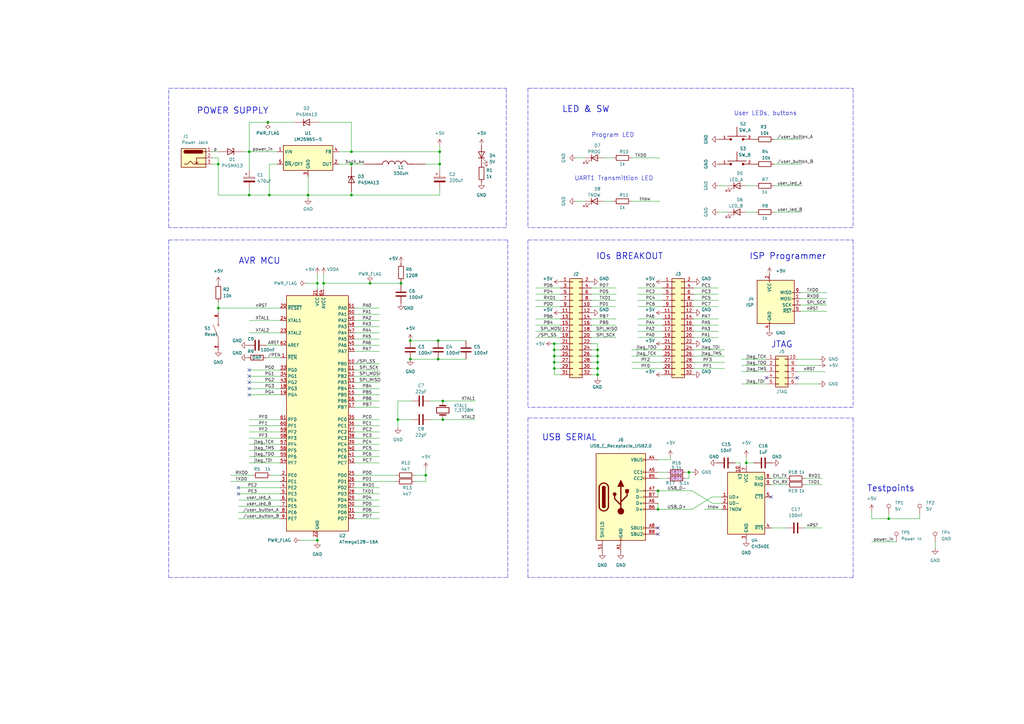
<source format=kicad_sch>
(kicad_sch (version 20211123) (generator eeschema)
  (paper "A3")
  (title_block (title "ATMega 128 Development Board Kit") (date "2022-06-30") (rev "1.0") (company "DPEE Lab"))
  (junction (at 151.765 116.205))
  (junction (at 168.275 139.7))
  (junction (at 144.145 62.23))
  (junction (at 163.195 172.085))
  (junction (at 144.145 67.31))
  (junction (at 227.33 146.05))
  (junction (at 269.875 201.295))
  (junction (at 89.535 126.365))
  (junction (at 130.175 116.205))
  (junction (at 245.11 143.51))
  (junction (at 126.365 80.01))
  (junction (at 89.535 67.31))
  (junction (at 132.715 116.205))
  (junction (at 181.61 172.085))
  (junction (at 227.33 151.13))
  (junction (at 181.61 164.465))
  (junction (at 174.625 194.945))
  (junction (at 102.235 62.23))
  (junction (at 102.235 80.01))
  (junction (at 269.875 208.915))
  (junction (at 164.465 116.205))
  (junction (at 227.33 148.59))
  (junction (at 110.49 80.01))
  (junction (at 168.275 147.32))
  (junction (at 227.33 143.51))
  (junction (at 179.705 139.7))
  (junction (at 130.175 221.615))
  (junction (at 180.34 62.23))
  (junction (at 364.49 212.725))
  (junction (at 144.145 80.01))
  (junction (at 109.855 50.165))
  (junction (at 245.11 151.13))
  (junction (at 180.34 67.31))
  (junction (at 282.575 193.675))
  (junction (at 227.33 140.97))
  (junction (at 245.11 146.05))
  (junction (at 245.11 153.67))
  (junction (at 245.11 148.59))
  (junction (at 179.705 147.32))
  (junction (at 306.07 189.865))
  (no_connect (at 269.875 219.075))
  (no_connect (at 102.235 159.385))
  (no_connect (at 102.235 161.925))
  (no_connect (at 102.235 151.765))
  (no_connect (at 102.235 154.305))
  (no_connect (at 102.235 156.845))
  (no_connect (at 97.79 200.025))
  (no_connect (at 97.79 202.565))
  (no_connect (at 314.325 154.94))
  (no_connect (at 327.025 154.94))
  (no_connect (at 269.875 216.535))
  (no_connect (at 316.23 203.835))
  (wire (pts (xy 274.955 188.595) (xy 269.875 188.595)))
  (wire (pts (xy 145.415 139.065) (xy 155.575 139.065)))
  (wire (pts (xy 283.845 208.915) (xy 292.1 203.835)))
  (wire (pts (xy 242.57 140.97) (xy 245.11 140.97)))
  (wire (pts (xy 102.235 154.305) (xy 114.935 154.305)))
  (wire (pts (xy 163.195 172.085) (xy 163.195 175.26)))
  (polyline (pts (xy 69.215 98.425) (xy 208.28 98.425)))
  (wire (pts (xy 102.235 62.23) (xy 102.235 69.85)))
  (wire (pts (xy 145.415 205.105) (xy 155.575 205.105)))
  (wire (pts (xy 102.235 159.385) (xy 114.935 159.385)))
  (wire (pts (xy 259.08 146.05) (xy 271.78 146.05)))
  (wire (pts (xy 242.57 118.11) (xy 252.73 118.11)))
  (wire (pts (xy 327.025 149.86) (xy 335.915 149.86)))
  (wire (pts (xy 164.465 115.57) (xy 164.465 116.205)))
  (polyline (pts (xy 207.645 36.195) (xy 207.645 93.345)))
  (wire (pts (xy 126.365 80.01) (xy 144.145 80.01)))
  (wire (pts (xy 164.465 116.205) (xy 151.765 116.205)))
  (wire (pts (xy 240.03 64.77) (xy 236.22 64.77)))
  (polyline (pts (xy 216.535 171.45) (xy 216.535 236.855)))
  (wire (pts (xy 327.025 157.48) (xy 335.915 157.48)))
  (wire (pts (xy 364.49 210.82) (xy 364.49 212.725)))
  (wire (pts (xy 144.145 62.23) (xy 180.34 62.23)))
  (wire (pts (xy 132.715 116.205) (xy 132.715 118.745)))
  (wire (pts (xy 227.33 148.59) (xy 227.33 151.13)))
  (wire (pts (xy 227.33 148.59) (xy 229.87 148.59)))
  (wire (pts (xy 259.08 143.51) (xy 271.78 143.51)))
  (wire (pts (xy 245.11 151.13) (xy 245.11 153.67)))
  (wire (pts (xy 284.48 125.73) (xy 294.64 125.73)))
  (polyline (pts (xy 349.885 36.195) (xy 349.885 93.345)))
  (wire (pts (xy 163.195 172.085) (xy 168.91 172.085)))
  (wire (pts (xy 145.415 197.485) (xy 162.56 197.485)))
  (wire (pts (xy 227.33 143.51) (xy 229.87 143.51)))
  (wire (pts (xy 102.235 136.525) (xy 114.935 136.525)))
  (wire (pts (xy 102.235 177.165) (xy 114.935 177.165)))
  (wire (pts (xy 242.57 138.43) (xy 252.73 138.43)))
  (wire (pts (xy 97.79 207.645) (xy 114.935 207.645)))
  (wire (pts (xy 219.71 120.65) (xy 229.87 120.65)))
  (wire (pts (xy 176.53 172.085) (xy 181.61 172.085)))
  (wire (pts (xy 242.57 133.35) (xy 252.73 133.35)))
  (wire (pts (xy 301.625 189.865) (xy 303.53 189.865)))
  (wire (pts (xy 120.65 50.165) (xy 109.855 50.165)))
  (wire (pts (xy 145.415 154.305) (xy 155.575 154.305)))
  (wire (pts (xy 168.275 147.32) (xy 179.705 147.32)))
  (wire (pts (xy 317.5 76.2) (xy 328.93 76.2)))
  (wire (pts (xy 328.295 127.635) (xy 339.09 127.635)))
  (wire (pts (xy 145.415 182.245) (xy 155.575 182.245)))
  (wire (pts (xy 110.49 80.01) (xy 126.365 80.01)))
  (wire (pts (xy 242.57 153.67) (xy 245.11 153.67)))
  (wire (pts (xy 145.415 131.445) (xy 155.575 131.445)))
  (wire (pts (xy 144.145 78.74) (xy 144.145 80.01)))
  (wire (pts (xy 145.415 161.925) (xy 155.575 161.925)))
  (wire (pts (xy 145.415 187.325) (xy 155.575 187.325)))
  (wire (pts (xy 229.87 151.13) (xy 227.33 151.13)))
  (polyline (pts (xy 349.885 93.345) (xy 216.535 93.345)))
  (wire (pts (xy 317.5 86.995) (xy 328.93 86.995)))
  (wire (pts (xy 284.48 138.43) (xy 294.64 138.43)))
  (wire (pts (xy 145.415 177.165) (xy 155.575 177.165)))
  (wire (pts (xy 245.11 153.67) (xy 245.11 154.94)))
  (wire (pts (xy 176.53 164.465) (xy 181.61 164.465)))
  (wire (pts (xy 111.125 194.945) (xy 114.935 194.945)))
  (wire (pts (xy 180.34 62.23) (xy 180.34 59.69)))
  (wire (pts (xy 298.45 86.995) (xy 294.64 86.995)))
  (wire (pts (xy 123.19 221.615) (xy 130.175 221.615)))
  (wire (pts (xy 219.71 118.11) (xy 229.87 118.11)))
  (wire (pts (xy 227.33 140.97) (xy 227.33 143.51)))
  (wire (pts (xy 316.23 196.215) (xy 322.58 196.215)))
  (wire (pts (xy 226.695 140.97) (xy 227.33 140.97)))
  (wire (pts (xy 181.61 172.085) (xy 194.945 172.085)))
  (wire (pts (xy 284.48 130.81) (xy 294.64 130.81)))
  (wire (pts (xy 304.165 152.4) (xy 314.325 152.4)))
  (wire (pts (xy 179.705 139.7) (xy 191.135 139.7)))
  (wire (pts (xy 273.685 193.675) (xy 269.875 193.675)))
  (wire (pts (xy 168.91 164.465) (xy 163.195 164.465)))
  (wire (pts (xy 145.415 126.365) (xy 155.575 126.365)))
  (wire (pts (xy 245.11 140.97) (xy 245.11 143.51)))
  (wire (pts (xy 227.33 140.97) (xy 229.87 140.97)))
  (wire (pts (xy 97.79 202.565) (xy 114.935 202.565)))
  (wire (pts (xy 97.79 200.025) (xy 114.935 200.025)))
  (wire (pts (xy 261.62 123.19) (xy 271.78 123.19)))
  (wire (pts (xy 145.415 167.005) (xy 155.575 167.005)))
  (polyline (pts (xy 349.885 171.45) (xy 349.885 236.855)))
  (wire (pts (xy 168.275 139.7) (xy 179.705 139.7)))
  (wire (pts (xy 219.71 138.43) (xy 229.87 138.43)))
  (wire (pts (xy 269.875 208.915) (xy 283.845 208.915)))
  (wire (pts (xy 180.34 80.01) (xy 180.34 77.47)))
  (wire (pts (xy 292.1 203.835) (xy 295.91 203.835)))
  (wire (pts (xy 219.71 123.19) (xy 229.87 123.19)))
  (wire (pts (xy 304.165 147.32) (xy 314.325 147.32)))
  (wire (pts (xy 180.34 67.31) (xy 180.34 69.85)))
  (wire (pts (xy 102.235 189.865) (xy 114.935 189.865)))
  (polyline (pts (xy 216.535 98.425) (xy 216.535 167.005)))
  (wire (pts (xy 219.71 130.81) (xy 229.87 130.81)))
  (wire (pts (xy 242.57 125.73) (xy 252.73 125.73)))
  (polyline (pts (xy 69.215 36.195) (xy 207.645 36.195)))
  (wire (pts (xy 229.87 153.67) (xy 227.33 153.67)))
  (wire (pts (xy 284.48 133.35) (xy 294.64 133.35)))
  (polyline (pts (xy 69.215 93.345) (xy 69.215 36.195)))
  (wire (pts (xy 242.57 135.89) (xy 252.73 135.89)))
  (wire (pts (xy 251.46 82.55) (xy 247.65 82.55)))
  (wire (pts (xy 94.615 197.485) (xy 114.935 197.485)))
  (wire (pts (xy 97.79 205.105) (xy 114.935 205.105)))
  (wire (pts (xy 219.71 133.35) (xy 229.87 133.35)))
  (wire (pts (xy 227.33 146.05) (xy 229.87 146.05)))
  (wire (pts (xy 328.295 120.015) (xy 339.09 120.015)))
  (wire (pts (xy 284.48 148.59) (xy 297.18 148.59)))
  (wire (pts (xy 327.025 147.32) (xy 335.915 147.32)))
  (wire (pts (xy 94.615 194.945) (xy 103.505 194.945)))
  (wire (pts (xy 304.165 149.86) (xy 314.325 149.86)))
  (polyline (pts (xy 216.535 36.195) (xy 349.885 36.195)))
  (wire (pts (xy 132.715 112.395) (xy 132.715 116.205)))
  (wire (pts (xy 145.415 133.985) (xy 155.575 133.985)))
  (wire (pts (xy 145.415 174.625) (xy 155.575 174.625)))
  (wire (pts (xy 328.295 122.555) (xy 339.09 122.555)))
  (wire (pts (xy 130.175 222.25) (xy 130.175 221.615)))
  (polyline (pts (xy 349.885 98.425) (xy 349.885 167.005)))
  (wire (pts (xy 180.34 62.23) (xy 180.34 67.31)))
  (wire (pts (xy 269.875 201.295) (xy 283.845 201.295)))
  (wire (pts (xy 110.49 67.31) (xy 110.49 80.01)))
  (wire (pts (xy 109.22 141.605) (xy 114.935 141.605)))
  (wire (pts (xy 145.415 164.465) (xy 155.575 164.465)))
  (wire (pts (xy 145.415 128.905) (xy 155.575 128.905)))
  (wire (pts (xy 245.11 146.05) (xy 245.11 148.59)))
  (wire (pts (xy 327.025 152.4) (xy 338.455 152.4)))
  (wire (pts (xy 261.62 130.81) (xy 271.78 130.81)))
  (polyline (pts (xy 207.645 93.345) (xy 69.215 93.345)))
  (wire (pts (xy 102.235 156.845) (xy 114.935 156.845)))
  (wire (pts (xy 259.08 148.59) (xy 271.78 148.59)))
  (wire (pts (xy 377.19 210.82) (xy 377.19 212.725)))
  (wire (pts (xy 284.48 146.05) (xy 297.18 146.05)))
  (wire (pts (xy 130.81 50.165) (xy 144.145 50.165)))
  (wire (pts (xy 309.88 86.995) (xy 306.07 86.995)))
  (wire (pts (xy 306.07 189.865) (xy 309.245 189.865)))
  (wire (pts (xy 145.415 156.845) (xy 155.575 156.845)))
  (wire (pts (xy 145.415 200.025) (xy 155.575 200.025)))
  (wire (pts (xy 102.235 174.625) (xy 114.935 174.625)))
  (wire (pts (xy 102.235 80.01) (xy 110.49 80.01)))
  (wire (pts (xy 316.23 216.535) (xy 322.58 216.535)))
  (wire (pts (xy 317.5 57.15) (xy 328.93 57.15)))
  (wire (pts (xy 284.48 118.11) (xy 294.64 118.11)))
  (wire (pts (xy 145.415 141.605) (xy 155.575 141.605)))
  (polyline (pts (xy 349.885 167.005) (xy 216.535 167.005)))
  (wire (pts (xy 245.11 148.59) (xy 245.11 151.13)))
  (wire (pts (xy 174.625 194.945) (xy 174.625 197.485)))
  (wire (pts (xy 102.235 179.705) (xy 114.935 179.705)))
  (wire (pts (xy 174.625 192.405) (xy 174.625 194.945)))
  (wire (pts (xy 102.235 151.765) (xy 114.935 151.765)))
  (wire (pts (xy 261.62 135.89) (xy 271.78 135.89)))
  (wire (pts (xy 89.535 64.77) (xy 86.995 64.77)))
  (wire (pts (xy 109.855 50.165) (xy 102.235 50.165)))
  (wire (pts (xy 284.48 143.51) (xy 297.18 143.51)))
  (wire (pts (xy 242.57 151.13) (xy 245.11 151.13)))
  (wire (pts (xy 145.415 136.525) (xy 155.575 136.525)))
  (wire (pts (xy 284.48 120.65) (xy 294.64 120.65)))
  (wire (pts (xy 245.11 143.51) (xy 245.11 146.05)))
  (wire (pts (xy 144.145 67.31) (xy 149.225 67.31)))
  (wire (pts (xy 126.365 72.39) (xy 126.365 80.01)))
  (wire (pts (xy 281.305 193.675) (xy 282.575 193.675)))
  (wire (pts (xy 259.08 151.13) (xy 271.78 151.13)))
  (wire (pts (xy 89.535 64.77) (xy 89.535 67.31)))
  (wire (pts (xy 163.195 164.465) (xy 163.195 172.085)))
  (wire (pts (xy 89.535 67.31) (xy 86.995 67.31)))
  (wire (pts (xy 292.1 206.375) (xy 295.91 206.375)))
  (wire (pts (xy 144.145 67.31) (xy 144.145 68.58)))
  (wire (pts (xy 261.62 138.43) (xy 271.78 138.43)))
  (polyline (pts (xy 69.215 236.855) (xy 208.28 236.855)))
  (wire (pts (xy 269.875 206.375) (xy 269.875 208.915)))
  (wire (pts (xy 269.875 201.295) (xy 269.875 203.835)))
  (wire (pts (xy 102.235 182.245) (xy 114.935 182.245)))
  (wire (pts (xy 242.57 120.65) (xy 252.73 120.65)))
  (wire (pts (xy 102.235 77.47) (xy 102.235 80.01)))
  (wire (pts (xy 86.995 62.23) (xy 89.535 62.23)))
  (wire (pts (xy 298.45 76.2) (xy 294.64 76.2)))
  (wire (pts (xy 145.415 149.225) (xy 155.575 149.225)))
  (wire (pts (xy 357.505 222.25) (xy 367.665 222.25)))
  (wire (pts (xy 219.71 125.73) (xy 229.87 125.73)))
  (wire (pts (xy 144.145 80.01) (xy 180.34 80.01)))
  (wire (pts (xy 97.79 212.725) (xy 114.935 212.725)))
  (wire (pts (xy 102.235 62.23) (xy 113.665 62.23)))
  (wire (pts (xy 89.535 67.31) (xy 89.535 80.01)))
  (wire (pts (xy 145.415 159.385) (xy 155.575 159.385)))
  (wire (pts (xy 145.415 212.725) (xy 155.575 212.725)))
  (wire (pts (xy 330.2 198.755) (xy 337.185 198.755)))
  (wire (pts (xy 144.145 50.165) (xy 144.145 62.23)))
  (wire (pts (xy 283.845 201.295) (xy 292.1 206.375)))
  (wire (pts (xy 259.08 82.55) (xy 270.51 82.55)))
  (wire (pts (xy 102.235 184.785) (xy 114.935 184.785)))
  (wire (pts (xy 145.415 202.565) (xy 155.575 202.565)))
  (wire (pts (xy 309.88 76.2) (xy 306.07 76.2)))
  (polyline (pts (xy 208.28 236.855) (xy 208.28 98.425)))
  (polyline (pts (xy 216.535 98.425) (xy 349.885 98.425)))
  (wire (pts (xy 102.235 172.085) (xy 114.935 172.085)))
  (wire (pts (xy 261.62 118.11) (xy 271.78 118.11)))
  (wire (pts (xy 139.065 62.23) (xy 144.145 62.23)))
  (wire (pts (xy 240.03 82.55) (xy 236.22 82.55)))
  (wire (pts (xy 357.505 209.55) (xy 357.505 212.725)))
  (wire (pts (xy 251.46 64.77) (xy 247.65 64.77)))
  (wire (pts (xy 242.57 146.05) (xy 245.11 146.05)))
  (polyline (pts (xy 69.215 36.195) (xy 69.215 36.195)))
  (wire (pts (xy 281.305 196.215) (xy 282.575 196.215)))
  (wire (pts (xy 139.065 67.31) (xy 144.145 67.31)))
  (wire (pts (xy 179.705 147.32) (xy 191.135 147.32)))
  (polyline (pts (xy 216.535 171.45) (xy 349.885 171.45)))
  (wire (pts (xy 170.18 194.945) (xy 174.625 194.945)))
  (wire (pts (xy 145.415 151.765) (xy 155.575 151.765)))
  (wire (pts (xy 125.73 116.205) (xy 130.175 116.205)))
  (wire (pts (xy 130.175 112.395) (xy 130.175 116.205)))
  (wire (pts (xy 113.665 67.31) (xy 110.49 67.31)))
  (wire (pts (xy 130.175 116.205) (xy 130.175 118.745)))
  (wire (pts (xy 89.535 128.27) (xy 89.535 126.365)))
  (wire (pts (xy 242.57 143.51) (xy 245.11 143.51)))
  (wire (pts (xy 99.695 62.23) (xy 102.235 62.23)))
  (polyline (pts (xy 216.535 36.195) (xy 216.535 93.345)))
  (wire (pts (xy 102.235 131.445) (xy 114.935 131.445)))
  (wire (pts (xy 109.22 146.685) (xy 114.935 146.685)))
  (wire (pts (xy 145.415 144.145) (xy 155.575 144.145)))
  (wire (pts (xy 102.235 187.325) (xy 114.935 187.325)))
  (wire (pts (xy 330.2 196.215) (xy 337.185 196.215)))
  (wire (pts (xy 357.505 212.725) (xy 364.49 212.725)))
  (wire (pts (xy 282.575 193.675) (xy 283.845 193.675)))
  (wire (pts (xy 145.415 184.785) (xy 155.575 184.785)))
  (wire (pts (xy 145.415 189.865) (xy 155.575 189.865)))
  (wire (pts (xy 328.295 125.095) (xy 339.09 125.095)))
  (wire (pts (xy 181.61 164.465) (xy 194.945 164.465)))
  (wire (pts (xy 364.49 212.725) (xy 377.19 212.725)))
  (polyline (pts (xy 349.885 236.855) (xy 216.535 236.855)))
  (wire (pts (xy 261.62 120.65) (xy 271.78 120.65)))
  (wire (pts (xy 227.33 143.51) (xy 227.33 146.05)))
  (wire (pts (xy 164.465 116.205) (xy 164.465 116.84)))
  (wire (pts (xy 303.53 189.865) (xy 303.53 191.135)))
  (wire (pts (xy 97.79 210.185) (xy 114.935 210.185)))
  (wire (pts (xy 89.535 126.365) (xy 114.935 126.365)))
  (wire (pts (xy 174.625 67.31) (xy 180.34 67.31)))
  (polyline (pts (xy 69.215 98.425) (xy 69.215 236.855)))
  (wire (pts (xy 284.48 135.89) (xy 294.64 135.89)))
  (wire (pts (xy 145.415 179.705) (xy 155.575 179.705)))
  (wire (pts (xy 89.535 80.01) (xy 102.235 80.01)))
  (wire (pts (xy 261.62 133.35) (xy 271.78 133.35)))
  (wire (pts (xy 306.07 189.865) (xy 306.07 191.135)))
  (wire (pts (xy 174.625 197.485) (xy 170.18 197.485)))
  (wire (pts (xy 145.415 194.945) (xy 162.56 194.945)))
  (wire (pts (xy 219.71 135.89) (xy 229.87 135.89)))
  (wire (pts (xy 227.33 151.13) (xy 227.33 153.67)))
  (wire (pts (xy 288.925 208.915) (xy 295.91 208.915)))
  (wire (pts (xy 259.08 64.77) (xy 270.51 64.77)))
  (wire (pts (xy 282.575 196.215) (xy 282.575 193.675)))
  (wire (pts (xy 145.415 207.645) (xy 155.575 207.645)))
  (wire (pts (xy 242.57 148.59) (xy 245.11 148.59)))
  (wire (pts (xy 102.235 50.165) (xy 102.235 62.23)))
  (wire (pts (xy 306.07 187.325) (xy 306.07 189.865)))
  (wire (pts (xy 330.2 216.535) (xy 337.185 216.535)))
  (wire (pts (xy 317.5 67.31) (xy 328.93 67.31)))
  (wire (pts (xy 130.175 221.615) (xy 130.175 220.345)))
  (wire (pts (xy 316.23 198.755) (xy 322.58 198.755)))
  (wire (pts (xy 126.365 80.01) (xy 126.365 81.28)))
  (wire (pts (xy 284.48 123.19) (xy 294.64 123.19)))
  (wire (pts (xy 151.765 116.205) (xy 132.715 116.205)))
  (wire (pts (xy 145.415 172.085) (xy 155.575 172.085)))
  (wire (pts (xy 269.875 196.215) (xy 273.685 196.215)))
  (wire (pts (xy 284.48 151.13) (xy 297.18 151.13)))
  (wire (pts (xy 274.955 187.325) (xy 274.955 188.595)))
  (wire (pts (xy 102.235 161.925) (xy 114.935 161.925)))
  (wire (pts (xy 304.165 157.48) (xy 314.325 157.48)))
  (wire (pts (xy 227.33 146.05) (xy 227.33 148.59)))
  (wire (pts (xy 145.415 210.185) (xy 155.575 210.185)))
  (wire (pts (xy 261.62 125.73) (xy 271.78 125.73)))
  (wire (pts (xy 242.57 123.19) (xy 252.73 123.19)))
  (wire (pts (xy 242.57 130.81) (xy 252.73 130.81)))
  (wire (pts (xy 383.54 222.25) (xy 383.54 224.79)))
  (wire (pts (xy 89.535 126.365) (xy 89.535 123.825)))
  (text "JTAG" (at 316.23 142.875 0) (effects (font (size 2.54 2.54) (thickness 0.254) bold) (justify left bottom)))
  (text "USB SERIAL" (at 222.25 180.975 0) (effects (font (size 2.54 2.54) (thickness 0.254) bold) (justify left bottom)))
  (text "User LEDs, buttons" (at 300.99 47.625 0) (effects (font (size 1.778 1.778)) (justify left bottom)))
  (text "LED & SW" (at 230.505 46.355 0) (effects (font (size 2.54 2.54) (thickness 0.254) bold) (justify left bottom)))
  (text "UART1 Transmittion LED" (at 235.585 74.295 0) (effects (font (size 1.778 1.778)) (justify left bottom)))
  (text "Program LED" (at 242.57 56.515 0) (effects (font (size 1.778 1.778)) (justify left bottom)))
  (text "ISP Programmer" (at 307.34 106.68 0) (effects (font (size 2.54 2.54) (thickness 0.254) bold) (justify left bottom)))
  (text "AVR MCU" (at 97.79 108.585 0) (effects (font (size 2.54 2.54) (thickness 0.254) bold) (justify left bottom)))
  (text "POWER SUPPLY" (at 80.645 46.99 0) (effects (font (size 2.54 2.54) (thickness 0.254) bold) (justify left bottom)))
  (text "Testpoints" (at 355.6 201.93 0) (effects (font (size 2.54 2.54) (thickness 0.254) bold) (justify left bottom)))
  (text "IOs BREAKOUT" (at 244.475 106.68 0) (effects (font (size 2.54 2.54) (thickness 0.254) bold) (justify left bottom)))
  (label "PF0" (at 262.89 151.13 0))
  (label "{slash}PEN" (at 109.855 146.685 0))
  (label "PC1" (at 287.655 118.11 0))
  (label "user_led_B" (at 318.77 86.995 0))
  (label "PC3" (at 148.59 179.705 0))
  (label "jtag_TMS" (at 306.07 152.4 0))
  (label "power_in" (at 103.505 62.23 0))
  (label "PD4" (at 148.59 205.105 0))
  (label "{slash}user_button_A" (at 99.695 210.185 0))
  (label "PF3" (at 106.045 179.705 0))
  (label "PA0" (at 264.795 138.43 0))
  (label "SPI_MISO" (at 244.475 135.89 0))
  (label "PC3" (at 287.655 120.65 0))
  (label "jtag_TCK" (at 306.07 147.32 0))
  (label "PG4" (at 108.585 161.925 0))
  (label "user_led_A" (at 318.77 76.2 0))
  (label "PG2" (at 108.585 156.845 0))
  (label "user_led_A" (at 100.965 205.105 0))
  (label "PG1" (at 108.585 154.305 0))
  (label "PC2" (at 148.59 177.165 0))
  (label "buck_sw" (at 141.605 67.31 0))
  (label "PA4" (at 148.59 136.525 0))
  (label "XTAL1" (at 189.23 164.465 0))
  (label "PB7" (at 245.745 130.81 0))
  (label "SPI_MOSI" (at 221.615 135.89 0))
  (label "PD1" (at 245.745 125.73 0))
  (label "TXD1" (at 148.59 202.565 0))
  (label "PA0" (at 148.59 126.365 0))
  (label "CH_RX" (at 316.865 198.755 0))
  (label "PC0" (at 264.795 118.11 0))
  (label "PC7" (at 287.655 125.73 0))
  (label "PB5" (at 245.745 133.35 0))
  (label "RXD0" (at 330.835 122.555 0))
  (label "XTAL2" (at 104.775 136.525 0))
  (label "PC0" (at 148.59 172.085 0))
  (label "jtag_TCK" (at 260.985 146.05 0))
  (label "TXD0" (at 330.835 120.015 0))
  (label "PD0" (at 222.885 125.73 0))
  (label "tnow" (at 262.255 82.55 0))
  (label "USB_D-" (at 273.685 201.295 0))
  (label "PA3" (at 287.655 135.89 0))
  (label "PA4" (at 264.795 133.35 0))
  (label "USB_D+" (at 273.685 208.915 0))
  (label "nRST" (at 330.835 216.535 0))
  (label "PA1" (at 148.59 128.905 0))
  (label "jtag_TDI" (at 306.07 157.48 0))
  (label "PD5" (at 245.745 120.65 0))
  (label "PC6" (at 264.795 125.73 0))
  (label "PC1" (at 148.59 174.625 0))
  (label "PB7" (at 148.59 167.005 0))
  (label "PC4" (at 148.59 182.245 0))
  (label "PC2" (at 264.795 120.65 0))
  (label "PB6" (at 222.885 130.81 0))
  (label "PB4" (at 148.59 159.385 0))
  (label "AREF" (at 109.855 141.605 0))
  (label "jtag_TDI" (at 104.14 189.865 0))
  (label "RXD1" (at 331.47 196.215 0))
  (label "PF3" (at 288.29 148.59 0))
  (label "RXD1" (at 222.885 123.19 0))
  (label "PG0" (at 108.585 151.765 0))
  (label "nRST" (at 329.565 152.4 0))
  (label "PD7" (at 245.745 118.11 0))
  (label "PA6" (at 264.795 130.81 0))
  (label "{slash}user_button_B" (at 318.77 67.31 0))
  (label "SPI_SCK" (at 147.32 151.765 0))
  (label "TXD1" (at 331.47 198.755 0))
  (label "jtag_TDO" (at 260.985 143.51 0))
  (label "PD6" (at 148.59 210.185 0))
  (label "SPI_SCK" (at 330.835 125.095 0))
  (label "PA2" (at 264.795 135.89 0))
  (label "PA5" (at 287.655 133.35 0))
  (label "RXD1" (at 148.59 200.025 0))
  (label "PC5" (at 287.655 123.19 0))
  (label "nRST" (at 104.775 126.365 0))
  (label "PE2" (at 101.6 200.025 0))
  (label "PF1" (at 106.045 174.625 0))
  (label "PD4" (at 222.885 120.65 0))
  (label "PD5" (at 148.59 207.645 0))
  (label "PA3" (at 148.59 133.985 0))
  (label "PF1" (at 288.29 151.13 0))
  (label "PC7" (at 148.59 189.865 0))
  (label "p" (at 87.63 62.23 0))
  (label "PF2" (at 262.89 148.59 0))
  (label "PB4" (at 222.885 133.35 0))
  (label "PD7" (at 148.59 212.725 0))
  (label "PD6" (at 222.885 118.11 0))
  (label "PE3" (at 101.6 202.565 0))
  (label "jtag_TCK" (at 104.14 182.245 0))
  (label "jtag_TDI" (at 287.655 143.51 0))
  (label "PA6" (at 148.59 141.605 0))
  (label "user_led_B" (at 100.965 207.645 0))
  (label "TXD1" (at 245.745 123.19 0))
  (label "{slash}user_button_A" (at 318.77 57.15 0))
  (label "TXD0" (at 260.35 64.77 0))
  (label "PB6" (at 148.59 164.465 0))
  (label "PF0" (at 106.045 172.085 0))
  (label "jtag_TDO" (at 104.14 187.325 0))
  (label "PD1" (at 148.59 197.485 0))
  (label "PA2" (at 148.59 131.445 0))
  (label "PF2" (at 106.045 177.165 0))
  (label "PA1" (at 287.655 138.43 0))
  (label "jtag_TDO" (at 306.07 149.86 0))
  (label "SPI_MOSI" (at 147.32 154.305 0))
  (label "PC4" (at 264.795 123.19 0))
  (label "PD0" (at 148.59 194.945 0))
  (label "{slash}user_button_B" (at 99.695 212.725 0))
  (label "nRST" (at 330.835 127.635 0))
  (label "PB5" (at 148.59 161.925 0))
  (label "PA7" (at 148.59 144.145 0))
  (label "PG3" (at 108.585 159.385 0))
  (label "CH_TX" (at 316.865 196.215 0))
  (label "PC5" (at 148.59 184.785 0))
  (label "PA5" (at 148.59 139.065 0))
  (label "PA7" (at 287.655 130.81 0))
  (label "{slash}SPI_SS" (at 220.345 138.43 0))
  (label "power_in" (at 358.14 222.25 0))
  (label "{slash}SPI_SS" (at 146.05 149.225 0))
  (label "tnow" (at 290.195 208.915 0))
  (label "PC6" (at 148.59 187.325 0))
  (label "XTAL2" (at 189.23 172.085 0))
  (label "TXD0" (at 96.52 197.485 0))
  (label "jtag_TMS" (at 287.655 146.05 0))
  (label "RXD0" (at 96.52 194.945 0))
  (label "XTAL1" (at 104.775 131.445 0))
  (label "SPI_MISO" (at 147.32 156.845 0))
  (label "jtag_TMS" (at 104.14 184.785 0))
  (label "SPI_SCK" (at 244.475 138.43 0))
  (symbol (lib_id "Connector_Generic:Conn_02x16_Odd_Even") (at 234.95 133.35 0) (unit 1)
    (property "Reference" "J2" (at 236.22 112.395 0))
    (property "Value" "Conn_02x16_Odd_Even" (effects hide))
    (property "Footprint" "Connector_PinHeader_2.54mm:PinHeader_2x16_P2.54mm_Vertical" (effects hide))
  )
  (symbol (lib_id "power:+5V") (at 174.625 192.405 0) (unit 1)
    (property "Reference" "#PWR022" (effects hide))
    (property "Value" "+5V" (at 174.625 187.325 0))
  )
  (symbol (lib_id "power:+5V") (at 306.07 187.325 0) (unit 1)
    (property "Reference" "#PWR034" (effects hide))
    (property "Value" "+5V" (at 306.07 181.61 0))
  )
  (symbol (lib_id "Device:C_Polarized") (at 180.34 73.66 0) (unit 1)
    (property "Reference" "C2" (at 184.15 71.5009 0) (effects (justify left)))
    (property "Value" "220uf" (at 184.15 74.0409 0) (effects (justify left)))
    (property "Footprint" "Capacitor_SMD:CP_Elec_6.3x7.7" (effects hide))
  )
  (symbol (lib_id "power:GND") (at 126.365 81.28 0) (unit 1)
    (property "Reference" "#PWR0102" (effects hide))
    (property "Value" "GND" (at 126.365 85.725 0))
  )
  (symbol (lib_id "power:GND") (at 283.845 193.675 90) (unit 1)
    (property "Reference" "#PWR032" (effects hide))
    (property "Value" "GND" (at 287.655 193.6749 90) (effects (justify right)))
  )
  (symbol (lib_id "Device:C") (at 297.815 189.865 90) (unit 1)
    (property "Reference" "C15" (at 297.815 182.245 90))
    (property "Value" "10nF" (at 297.815 184.785 90))
    (property "Footprint" "Capacitor_SMD:C_0805_2012Metric" (effects hide))
  )
  (symbol (lib_id "power:PWR_FLAG") (at 151.765 116.205 0) (unit 1)
    (property "Reference" "#FLG0103" (effects hide))
    (property "Value" "PWR_FLAG" (at 151.765 112.395 0))
  )
  (symbol (lib_id "power:GND") (at 164.465 124.46 0) (unit 1)
    (property "Reference" "#PWR014" (effects hide))
    (property "Value" "GND" (at 167.64 126.365 0))
  )
  (symbol (lib_id "power:VDDA") (at 132.715 112.395 0) (unit 1)
    (property "Reference" "#PWR012" (effects hide))
    (property "Value" "VDDA" (at 136.525 110.49 0))
  )
  (symbol (lib_id "Device:C_Polarized") (at 102.235 73.66 0) (unit 1)
    (property "Reference" "C1" (at 105.41 71.755 0) (effects (justify left)))
    (property "Value" "470uf" (at 105.41 74.295 0) (effects (justify left)))
    (property "Footprint" "Capacitor_SMD:CP_Elec_8x10.5" (effects hide))
  )
  (symbol (lib_id "Connector:Barrel_Jack_Switch_Pin3Ring") (at 79.375 64.77 0) (unit 1)
    (property "Reference" "J1" (at 76.2 55.88 0))
    (property "Value" "Power Jack" (at 80.01 58.42 0))
    (property "Footprint" "Connector_BarrelJack:BarrelJack_GCT_DCJ200-10-A_Horizontal" (effects hide))
  )
  (symbol (lib_id "power:GND") (at 242.57 115.57 90) (unit 1)
    (property "Reference" "#PWR0114" (effects hide))
    (property "Value" "GND" (at 245.745 114.3 90) (effects (justify right)))
  )
  (symbol (lib_id "TL1015AF160QG:TL1015AF160QG") (at 302.26 57.15 0) (unit 1)
    (property "Reference" "S2" (at 306.07 50.8 0) (effects (justify right)))
    (property "Value" "SW_A" (at 307.975 53.34 0) (effects (justify right)))
    (property "Footprint" "TL1015AF160QG:SW_TL1015AF160QG" (effects hide))
    (property "PARTREV" "F" (effects hide))
    (property "MANUFACTURER" "E-Switch" (effects hide))
    (property "STANDARD" "Manufacturer Recommendations" (effects hide))
    (property "MAXIMUM_PACKAGE_HEIGHT" "2.1 mm" (effects hide))
  )
  (symbol (lib_id "power:+5V") (at 130.175 112.395 0) (unit 1)
    (property "Reference" "#PWR0103" (effects hide))
    (property "Value" "+5V" (at 127 110.49 0))
  )
  (symbol (lib_id "power:PWR_FLAG") (at 109.855 50.165 180) (unit 1)
    (property "Reference" "#FLG0104" (effects hide))
    (property "Value" "PWR_FLAG" (at 109.855 54.61 0))
  )
  (symbol (lib_id "power:GND") (at 168.275 147.32 0) (unit 1)
    (property "Reference" "#PWR06" (effects hide))
    (property "Value" "GND" (at 168.275 152.4 0))
  )
  (symbol (lib_id "power:+5V") (at 229.87 128.27 90) (unit 1)
    (property "Reference" "#PWR0117" (effects hide))
    (property "Value" "+5V" (at 226.695 127 90) (effects (justify left)))
  )
  (symbol (lib_id "Device:C") (at 313.055 189.865 270) (unit 1)
    (property "Reference" "C16" (at 313.055 182.88 90))
    (property "Value" "1uF" (at 313.055 185.42 90))
    (property "Footprint" "Capacitor_SMD:C_0805_2012Metric" (effects hide))
  )
  (symbol (lib_id "power:GND") (at 284.48 128.27 90) (unit 1)
    (property "Reference" "#PWR0111" (effects hide))
    (property "Value" "GND" (at 287.655 127 90) (effects (justify right)))
  )
  (symbol (lib_id "power:GND") (at 236.22 82.55 270) (unit 1)
    (property "Reference" "#PWR021" (effects hide))
    (property "Value" "GND" (at 231.14 82.55 0))
  )
  (symbol (lib_id "power:GND") (at 284.48 115.57 90) (unit 1)
    (property "Reference" "#PWR0109" (effects hide))
    (property "Value" "GND" (at 287.655 114.3 90) (effects (justify right)))
  )
  (symbol (lib_id "Device:C") (at 191.135 143.51 0) (unit 1)
    (property "Reference" "C5" (at 194.31 142.2399 0) (effects (justify left)))
    (property "Value" "100nF" (at 194.31 144.7799 0) (effects (justify left)))
    (property "Footprint" "Capacitor_SMD:C_0805_2012Metric" (effects hide))
  )
  (symbol (lib_id "power:GND") (at 163.195 175.26 0) (unit 1)
    (property "Reference" "#PWR016" (effects hide))
    (property "Value" "GND" (at 163.195 180.34 0))
  )
  (symbol (lib_id "Connector:TestPoint") (at 364.49 210.82 0) (unit 1)
    (property "Reference" "TP1" (at 367.03 206.2479 0) (effects (justify left)))
    (property "Value" "5V" (at 367.03 208.7879 0) (effects (justify left)))
    (property "Footprint" "TestPoint:TestPoint_Pad_D1.0mm" (effects hide))
  )
  (symbol (lib_id "Device:R") (at 326.39 198.755 270) (unit 1)
    (property "Reference" "R19" (at 323.215 201.295 90) (effects (justify left)))
    (property "Value" "1k" (at 327.66 201.295 90) (effects (justify left)))
    (property "Footprint" "Resistor_SMD:R_0805_2012Metric" (effects hide))
  )
  (symbol (lib_id "Connector:AVR-ISP-10") (at 318.135 125.095 0) (unit 1)
    (property "Reference" "J4" (at 309.245 122.5549 0) (effects (justify right)))
    (property "Value" "ISP" (at 309.245 125.0949 0) (effects (justify right)))
    (property "Footprint" "Connector_IDC:IDC-Header_2x05_P2.54mm_Vertical" (effects hide))
    (property "Datasheet" " ~" (effects hide))
  )
  (symbol (lib_id "Device:LED") (at 302.26 76.2 0) (unit 1)
    (property "Reference" "D5" (at 304.8 71.12 0) (effects (justify right)))
    (property "Value" "LED_A" (at 304.8 73.66 0) (effects (justify right)))
    (property "Footprint" "LED_SMD:LED_0805_2012Metric" (effects hide))
  )
  (symbol (lib_id "power:+5V") (at 168.275 139.7 0) (unit 1)
    (property "Reference" "#PWR05" (effects hide))
    (property "Value" "+5V" (at 168.275 134.62 0))
  )
  (symbol (lib_id "Device:R") (at 89.535 120.015 0) (unit 1)
    (property "Reference" "R2" (at 91.44 118.7449 0) (effects (justify left)))
    (property "Value" "10k" (at 91.44 121.2849 0) (effects (justify left)))
    (property "Footprint" "Resistor_SMD:R_0805_2012Metric" (effects hide))
  )
  (symbol (lib_id "Device:R") (at 197.485 71.12 0) (unit 1)
    (property "Reference" "R1" (at 199.39 69.8499 0) (effects (justify left)))
    (property "Value" "1k" (at 199.39 72.3899 0) (effects (justify left)))
    (property "Footprint" "Resistor_SMD:R_0805_2012Metric" (effects hide))
  )
  (symbol (lib_id "power:GND") (at 335.915 157.48 90) (unit 1)
    (property "Reference" "#PWR011" (effects hide))
    (property "Value" "GND" (at 339.725 157.4799 90) (effects (justify right)))
  )
  (symbol (lib_id "Device:LED") (at 302.26 86.995 0) (unit 1)
    (property "Reference" "D6" (at 304.8 81.915 0) (effects (justify right)))
    (property "Value" "LED_B" (at 304.8 84.455 0) (effects (justify right)))
    (property "Footprint" "LED_SMD:LED_0805_2012Metric" (effects hide))
  )
  (symbol (lib_id "power:GND") (at 335.915 147.32 90) (unit 1)
    (property "Reference" "#PWR09" (effects hide))
    (property "Value" "GND" (at 339.725 147.3199 90) (effects (justify right)))
  )
  (symbol (lib_id "power:GND") (at 245.11 154.94 0) (unit 1)
    (property "Reference" "#PWR0120" (effects hide))
    (property "Value" "GND" (at 247.015 158.75 0) (effects (justify right)))
  )
  (symbol (lib_id "Device:C") (at 172.72 164.465 90) (unit 1)
    (property "Reference" "C7" (at 172.72 158.115 90))
    (property "Value" "22pF" (at 172.72 160.655 90))
    (property "Footprint" "Capacitor_SMD:C_0805_2012Metric" (effects hide))
  )
  (symbol (lib_id "power:GND") (at 247.015 226.695 0) (unit 1)
    (property "Reference" "#PWR023" (effects hide))
    (property "Value" "GND" (at 247.015 231.775 0))
  )
  (symbol (lib_id "power:+5V") (at 271.78 128.27 90) (unit 1)
    (property "Reference" "#PWR0110" (effects hide))
    (property "Value" "+5V" (at 268.605 127 90) (effects (justify left)))
  )
  (symbol (lib_id "power:GND") (at 89.535 143.51 0) (unit 1)
    (property "Reference" "#PWR0106" (effects hide))
    (property "Value" "GND" (at 89.535 148.59 0))
  )
  (symbol (lib_id "power:+5V") (at 197.485 59.69 0) (unit 1)
    (property "Reference" "#PWR01" (effects hide))
    (property "Value" "+5V" (at 197.485 54.61 0))
  )
  (symbol (lib_id "power:GND") (at 306.07 221.615 0) (unit 1)
    (property "Reference" "#PWR035" (effects hide))
    (property "Value" "GND" (at 306.07 226.695 0))
  )
  (symbol (lib_id "power:GND") (at 254.635 226.695 0) (unit 1)
    (property "Reference" "#PWR024" (effects hide))
    (property "Value" "GND" (at 254.635 231.775 0))
  )
  (symbol (lib_id "Connector_Generic:Conn_02x16_Odd_Even") (at 276.86 133.35 0) (unit 1)
    (property "Reference" "J3" (at 278.13 112.395 0))
    (property "Value" "Conn_02x16_Odd_Even" (effects hide))
    (property "Footprint" "Connector_PinHeader_2.54mm:PinHeader_2x16_P2.54mm_Vertical" (effects hide))
  )
  (symbol (lib_id "P4SMA13:P4SMA13") (at 125.73 50.165 0) (unit 1)
    (property "Reference" "D2" (at 125.73 44.45 0))
    (property "Value" "P4SMA13" (at 125.73 46.99 0))
    (property "Footprint" "P4SMA13:DIOM4325X250N" (effects hide))
    (property "STANDARD" "IPC-7351B" (effects hide))
    (property "MANUFACTURER" "Taiwan Semiconductor" (effects hide))
    (property "PARTREV" "S2102" (effects hide))
    (property "MAXIMUM_PACKAGE_HEIGHT" "2.5 mm" (effects hide))
  )
  (symbol (lib_id "power:+5V") (at 335.915 149.86 270) (unit 1)
    (property "Reference" "#PWR010" (effects hide))
    (property "Value" "+5V" (at 339.725 149.8599 90) (effects (justify left)))
  )
  (symbol (lib_id "power:+5V") (at 271.78 153.67 90) (unit 1)
    (property "Reference" "#PWR0118" (effects hide))
    (property "Value" "+5V" (at 268.605 152.4 90) (effects (justify left)))
  )
  (symbol (lib_id "MCU_Microchip_ATmega:ATmega128-16A") (at 130.175 169.545 0) (unit 1)
    (property "Reference" "U2" (at 139.065 219.71 0) (effects (justify left)))
    (property "Value" "ATmega128-16A" (at 139.065 222.25 0) (effects (justify left)))
    (property "Footprint" "Package_QFP:TQFP-64_14x14mm_P0.8mm" (effects hide))
    (property "Datasheet" "http://ww1.microchip.com/downloads/en/DeviceDoc/doc2467.pdf" (effects hide))
  )
  (symbol (lib_id "power:GND") (at 236.22 64.77 270) (unit 1)
    (property "Reference" "#PWR020" (effects hide))
    (property "Value" "GND" (at 231.14 64.77 0))
  )
  (symbol (lib_id "power:GND") (at 315.595 135.255 0) (unit 1)
    (property "Reference" "#PWR08" (effects hide))
    (property "Value" "GND" (at 318.135 136.5249 0) (effects (justify left)))
  )
  (symbol (lib_id "power:+5V") (at 180.34 59.69 0) (unit 1)
    (property "Reference" "#PWR0101" (effects hide))
    (property "Value" "+5V" (at 180.34 54.61 0))
  )
  (symbol (lib_id "Device:C") (at 326.39 216.535 90) (unit 1)
    (property "Reference" "C17" (at 326.39 208.915 90))
    (property "Value" "100nF" (at 326.39 211.455 90))
    (property "Footprint" "Capacitor_SMD:C_0805_2012Metric" (effects hide))
  )
  (symbol (lib_id "Device:R") (at 313.69 67.31 270) (unit 1)
    (property "Reference" "R4" (at 312.42 62.23 90) (effects (justify left)))
    (property "Value" "10k" (at 312.42 64.77 90) (effects (justify left)))
    (property "Footprint" "Resistor_SMD:R_0805_2012Metric" (effects hide))
  )
  (symbol (lib_id "Device:LED") (at 243.84 82.55 0) (unit 1)
    (property "Reference" "D8" (at 246.38 77.47 0) (effects (justify right)))
    (property "Value" "TNOW" (at 246.38 80.01 0) (effects (justify right)))
    (property "Footprint" "LED_SMD:LED_0805_2012Metric" (effects hide))
  )
  (symbol (lib_id "Device:R") (at 166.37 197.485 270) (unit 1)
    (property "Reference" "R13" (at 165.1 200.025 90) (effects (justify left)))
    (property "Value" "4k7" (at 165.1 202.565 90) (effects (justify left)))
    (property "Footprint" "Resistor_SMD:R_0805_2012Metric" (effects hide))
  )
  (symbol (lib_id "power:GND") (at 294.64 86.995 270) (unit 1)
    (property "Reference" "#PWR018" (effects hide))
    (property "Value" "GND" (at 289.56 86.995 0))
  )
  (symbol (lib_id "power:GND") (at 284.48 140.97 90) (unit 1)
    (property "Reference" "#PWR0113" (effects hide))
    (property "Value" "GND" (at 287.655 139.7 90) (effects (justify right)))
  )
  (symbol (lib_id "Device:R") (at 105.41 146.685 90) (unit 1)
    (property "Reference" "R9" (at 102.87 144.145 90))
    (property "Value" "DNP" (at 105.41 146.685 90))
    (property "Footprint" "Resistor_SMD:R_0603_1608Metric" (effects hide))
  )
  (symbol (lib_id "Connector:TestPoint") (at 377.19 210.82 0) (unit 1)
    (property "Reference" "TP2" (at 379.73 206.2479 0) (effects (justify left)))
    (property "Value" "5V" (at 379.73 208.7879 0) (effects (justify left)))
    (property "Footprint" "TestPoint:TestPoint_Pad_D1.0mm" (effects hide))
  )
  (symbol (lib_id "B1047AS-331M_P3:B1047AS-331M=P3") (at 161.925 67.31 0) (unit 1)
    (property "Reference" "L1" (at 164.465 68.58 0))
    (property "Value" "330uH" (at 164.465 71.12 0))
    (property "Footprint" "B1047AS-331M_P3:IND_B1047AS-331M=P3" (effects hide))
    (property "MAXIMUM_PACKAGE_HEIGHT" "5.00mm" (effects hide))
    (property "STANDARD" "Manufacturer Recommendations" (effects hide))
    (property "PARTREV" "N/A" (effects hide))
    (property "MANUFACTURER" "Murata" (effects hide))
  )
  (symbol (lib_id "Connector:TestPoint") (at 367.665 222.25 0) (unit 1)
    (property "Reference" "TP5" (at 369.57 218.44 0) (effects (justify left)))
    (property "Value" "Power In" (at 369.57 220.98 0) (effects (justify left)))
    (property "Footprint" "TestPoint:TestPoint_Pad_D1.0mm" (effects hide))
  )
  (symbol (lib_id "power:GND") (at 284.48 153.67 90) (unit 1)
    (property "Reference" "#PWR0119" (effects hide))
    (property "Value" "GND" (at 287.655 152.4 90) (effects (justify right)))
  )
  (symbol (lib_id "power:GND") (at 294.64 76.2 270) (unit 1)
    (property "Reference" "#PWR017" (effects hide))
    (property "Value" "GND" (at 289.56 76.2 0))
  )
  (symbol (lib_id "Connector_Generic:Conn_02x05_Counter_Clockwise") (at 319.405 152.4 0) (unit 1)
    (property "Reference" "J5" (at 320.675 144.145 0))
    (property "Value" "JTAG" (at 320.675 160.655 0))
    (property "Footprint" "Connector_PinHeader_1.27mm:PinHeader_2x05_P1.27mm_Vertical" (effects hide))
  )
  (symbol (lib_id "power:+5V") (at 89.535 116.205 0) (unit 1)
    (property "Reference" "#PWR0105" (effects hide))
    (property "Value" "+5V" (at 89.535 111.125 0))
  )
  (symbol (lib_id "power:GND") (at 294.64 57.15 270) (unit 1)
    (property "Reference" "#PWR03" (effects hide))
    (property "Value" "GND" (at 289.56 57.15 0))
  )
  (symbol (lib_id "power:GND") (at 294.005 189.865 270) (unit 1)
    (property "Reference" "#PWR033" (effects hide))
    (property "Value" "GND" (at 290.83 187.325 90) (effects (justify left)))
  )
  (symbol (lib_id "power:PWR_FLAG") (at 123.19 221.615 90) (unit 1)
    (property "Reference" "#FLG0101" (effects hide))
    (property "Value" "PWR_FLAG" (at 119.38 221.6149 90) (effects (justify left)))
  )
  (symbol (lib_id "power:GND") (at 383.54 224.79 0) (unit 1)
    (property "Reference" "#PWR030" (effects hide))
    (property "Value" "GND" (at 383.54 229.87 0))
  )
  (symbol (lib_id "Device:R") (at 277.495 196.215 90) (unit 1)
    (property "Reference" "R17" (at 274.955 198.12 90))
    (property "Value" "5.1k" (at 280.67 198.12 90))
    (property "Footprint" "Resistor_SMD:R_0805_2012Metric" (effects hide))
    (property "Size" "0805" (at 277.495 196.215 90))
  )
  (symbol (lib_id "Device:R") (at 255.27 82.55 270) (unit 1)
    (property "Reference" "R11" (at 254 80.01 90) (effects (justify left)))
    (property "Value" "1k" (at 254 85.09 90) (effects (justify left)))
    (property "Footprint" "Resistor_SMD:R_0805_2012Metric" (effects hide))
  )
  (symbol (lib_id "SW1437565-9:4-1437565-9") (at 89.535 135.89 90) (unit 1)
    (property "Reference" "S1" (at 83.82 134.62 90) (effects (justify right)))
    (property "Value" "Reset" (at 83.82 137.16 90) (effects (justify right)))
    (property "Footprint" "SW1437565-9:SW_4-1437565-9" (effects hide))
    (property "Comment" "4-1437565-9" (effects hide))
    (property "EU_RoHS_Compliance" "Compliant" (effects hide))
  )
  (symbol (lib_id "power:+5V") (at 229.87 115.57 90) (unit 1)
    (property "Reference" "#PWR0116" (effects hide))
    (property "Value" "+5V" (at 226.695 114.3 90) (effects (justify left)))
  )
  (symbol (lib_id "Device:R") (at 326.39 196.215 270) (unit 1)
    (property "Reference" "R18" (at 323.215 193.675 90) (effects (justify left)))
    (property "Value" "1k" (at 327.66 193.675 90) (effects (justify left)))
    (property "Footprint" "Resistor_SMD:R_0805_2012Metric" (effects hide))
  )
  (symbol (lib_id "power:GND") (at 101.6 146.685 270) (unit 1)
    (property "Reference" "#PWR019" (effects hide))
    (property "Value" "GND" (at 95.25 144.78 90) (effects (justify left)))
  )
  (symbol (lib_id "P4SMA13:P4SMA13") (at 94.615 62.23 180) (unit 1)
    (property "Reference" "D1" (at 95.25 65.405 0))
    (property "Value" "P4SMA13" (at 95.25 67.945 0))
    (property "Footprint" "P4SMA13:DIOM4325X250N" (effects hide))
    (property "STANDARD" "IPC-7351B" (effects hide))
    (property "MANUFACTURER" "Taiwan Semiconductor" (effects hide))
    (property "PARTREV" "S2102" (effects hide))
    (property "MAXIMUM_PACKAGE_HEIGHT" "2.5 mm" (effects hide))
  )
  (symbol (lib_id "power:+5V") (at 271.78 140.97 90) (unit 1)
    (property "Reference" "#PWR0112" (effects hide))
    (property "Value" "+5V" (at 268.605 139.7 90) (effects (justify left)))
  )
  (symbol (lib_id "Device:C") (at 179.705 143.51 0) (unit 1)
    (property "Reference" "C4" (at 182.88 142.2399 0) (effects (justify left)))
    (property "Value" "100nF" (at 182.88 144.7799 0) (effects (justify left)))
    (property "Footprint" "Capacitor_SMD:C_0805_2012Metric" (effects hide))
  )
  (symbol (lib_id "power:GND") (at 316.865 189.865 90) (unit 1)
    (property "Reference" "#PWR036" (effects hide))
    (property "Value" "GND" (at 320.675 187.325 90) (effects (justify left)))
  )
  (symbol (lib_id "power:PWR_FLAG") (at 125.73 116.205 90) (unit 1)
    (property "Reference" "#FLG0102" (effects hide))
    (property "Value" "PWR_FLAG" (at 121.92 116.2049 90) (effects (justify left)))
  )
  (symbol (lib_id "power:+5V") (at 315.595 112.395 0) (unit 1)
    (property "Reference" "#PWR07" (effects hide))
    (property "Value" "+5V" (at 318.135 111.1249 0) (effects (justify left)))
  )
  (symbol (lib_id "power:GND") (at 130.175 222.25 0) (unit 1)
    (property "Reference" "#PWR0104" (effects hide))
    (property "Value" "GND" (at 130.175 227.33 0))
  )
  (symbol (lib_id "Device:R") (at 107.315 194.945 90) (unit 1)
    (property "Reference" "R5" (at 105.41 192.405 90))
    (property "Value" "1k" (at 109.855 192.405 90))
    (property "Footprint" "Resistor_SMD:R_0805_2012Metric" (effects hide))
  )
  (symbol (lib_id "Connector:USB_C_Receptacle_USB2.0") (at 254.635 203.835 0) (unit 1)
    (property "Reference" "J6" (at 254.635 180.34 0))
    (property "Value" "USB_C_Receptacle_USB2.0" (at 254.635 182.88 0))
    (property "Footprint" "Connector_USB:USB_C_Receptacle_HRO_TYPE-C-31-M-12" (effects hide))
    (property "Datasheet" "https://www.usb.org/sites/default/files/documents/usb_type-c.zip" (effects hide))
  )
  (symbol (lib_id "Device:R") (at 313.69 86.995 270) (unit 1)
    (property "Reference" "R8" (at 312.42 84.455 90) (effects (justify left)))
    (property "Value" "1k" (at 312.42 89.535 90) (effects (justify left)))
    (property "Footprint" "Resistor_SMD:R_0805_2012Metric" (effects hide))
  )
  (symbol (lib_id "P4SMA13:P4SMA13") (at 144.145 73.66 270) (unit 1)
    (property "Reference" "D3" (at 146.685 72.3899 90) (effects (justify left)))
    (property "Value" "P4SMA13" (at 146.685 74.9299 90) (effects (justify left)))
    (property "Footprint" "P4SMA13:DIOM4325X250N" (effects hide))
    (property "STANDARD" "IPC-7351B" (effects hide))
    (property "MANUFACTURER" "Taiwan Semiconductor" (effects hide))
    (property "PARTREV" "S2102" (effects hide))
    (property "MAXIMUM_PACKAGE_HEIGHT" "2.5 mm" (effects hide))
  )
  (symbol (lib_id "Device:Crystal") (at 181.61 168.275 90) (unit 1)
    (property "Reference" "XTAL1" (at 186.055 166.37 90) (effects (justify right)))
    (property "Value" "7.3728M" (at 186.055 168.275 90) (effects (justify right)))
    (property "Footprint" "Crystal:Crystal_SMD_HC49-SD" (effects hide))
  )
  (symbol (lib_id "Device:R") (at 313.69 57.15 270) (unit 1)
    (property "Reference" "R3" (at 311.785 52.07 90) (effects (justify left)))
    (property "Value" "10k" (at 311.785 54.61 90) (effects (justify left)))
    (property "Footprint" "Resistor_SMD:R_0805_2012Metric" (effects hide))
  )
  (symbol (lib_id "power:+5V") (at 226.695 140.97 90) (unit 1)
    (property "Reference" "#PWR0121" (effects hide))
    (property "Value" "+5V" (at 223.52 140.97 90) (effects (justify left)))
  )
  (symbol (lib_id "power:GND") (at 101.6 141.605 270) (unit 1)
    (property "Reference" "#PWR0107" (effects hide))
    (property "Value" "GND" (at 95.25 139.7 90) (effects (justify left)))
  )
  (symbol (lib_id "Device:C") (at 105.41 141.605 90) (unit 1)
    (property "Reference" "C9" (at 102.87 139.065 90))
    (property "Value" "100nF" (at 109.855 143.51 90))
    (property "Footprint" "Capacitor_SMD:C_0805_2012Metric" (effects hide))
  )
  (symbol (lib_id "Regulator_Switching:LM2596S-5") (at 126.365 64.77 0) (unit 1)
    (property "Reference" "U1" (at 126.365 54.61 0))
    (property "Value" "LM2596S-5" (at 126.365 57.15 0))
    (property "Footprint" "Package_TO_SOT_SMD:TO-263-5_TabPin3" (effects hide))
    (property "Datasheet" "http://www.ti.com/lit/ds/symlink/lm2596.pdf" (effects hide))
  )
  (symbol (lib_id "Device:C") (at 168.275 143.51 0) (unit 1)
    (property "Reference" "C3" (at 171.45 142.2399 0) (effects (justify left)))
    (property "Value" "100nF" (at 171.45 144.7799 0) (effects (justify left)))
    (property "Footprint" "Capacitor_SMD:C_0805_2012Metric" (effects hide))
  )
  (symbol (lib_id "Interface_USB:CH340E") (at 306.07 206.375 0) (unit 1)
    (property "Reference" "U4" (at 308.0894 221.615 0) (effects (justify left)))
    (property "Value" "CH340E" (at 308.0894 224.155 0) (effects (justify left)))
    (property "Footprint" "Package_SO:MSOP-10_3x3mm_P0.5mm" (effects hide))
    (property "Datasheet" "https://www.mpja.com/download/35227cpdata.pdf" (effects hide))
  )
  (symbol (lib_id "power:+5V") (at 274.955 187.325 0) (unit 1)
    (property "Reference" "#PWR031" (effects hide))
    (property "Value" "+5V" (at 274.955 181.61 0))
  )
  (symbol (lib_id "Device:R") (at 166.37 194.945 270) (unit 1)
    (property "Reference" "R12" (at 164.465 189.865 90) (effects (justify left)))
    (property "Value" "4k7" (at 164.465 192.405 90) (effects (justify left)))
    (property "Footprint" "Resistor_SMD:R_0805_2012Metric" (effects hide))
  )
  (symbol (lib_id "power:GND") (at 242.57 128.27 90) (unit 1)
    (property "Reference" "#PWR0115" (effects hide))
    (property "Value" "GND" (at 245.745 127 90) (effects (justify right)))
  )
  (symbol (lib_id "power:+5V") (at 271.78 115.57 90) (unit 1)
    (property "Reference" "#PWR0108" (effects hide))
    (property "Value" "+5V" (at 268.605 114.3 90) (effects (justify left)))
  )
  (symbol (lib_id "Device:LED") (at 197.485 63.5 90) (unit 1)
    (property "Reference" "D4" (at 200.66 63.8174 90) (effects (justify right)))
    (property "Value" "5V" (at 200.66 66.3574 90) (effects (justify right)))
    (property "Footprint" "LED_SMD:LED_0805_2012Metric" (effects hide))
  )
  (symbol (lib_id "Device:R") (at 313.69 76.2 270) (unit 1)
    (property "Reference" "R7" (at 312.42 73.66 90) (effects (justify left)))
    (property "Value" "1k" (at 312.42 78.74 90) (effects (justify left)))
    (property "Footprint" "Resistor_SMD:R_0805_2012Metric" (effects hide))
  )
  (symbol (lib_id "power:+5V") (at 357.505 209.55 0) (unit 1)
    (property "Reference" "#PWR015" (effects hide))
    (property "Value" "+5V" (at 357.505 204.47 0))
  )
  (symbol (lib_id "Device:LED") (at 243.84 64.77 0) (unit 1)
    (property "Reference" "D7" (at 246.38 59.69 0) (effects (justify right)))
    (property "Value" "PROG" (at 246.38 62.23 0) (effects (justify right)))
    (property "Footprint" "LED_SMD:LED_0805_2012Metric" (effects hide))
  )
  (symbol (lib_id "TL1015AF160QG:TL1015AF160QG") (at 302.26 67.31 0) (unit 1)
    (property "Reference" "S3" (at 306.07 60.96 0) (effects (justify right)))
    (property "Value" "SW_B" (at 307.975 63.5 0) (effects (justify right)))
    (property "Footprint" "TL1015AF160QG:SW_TL1015AF160QG" (effects hide))
    (property "PARTREV" "F" (effects hide))
    (property "MANUFACTURER" "E-Switch" (effects hide))
    (property "STANDARD" "Manufacturer Recommendations" (effects hide))
    (property "MAXIMUM_PACKAGE_HEIGHT" "2.1 mm" (effects hide))
  )
  (symbol (lib_id "power:GND") (at 294.64 67.31 270) (unit 1)
    (property "Reference" "#PWR04" (effects hide))
    (property "Value" "GND" (at 289.56 67.31 0))
  )
  (symbol (lib_id "Connector:TestPoint") (at 383.54 222.25 0) (unit 1)
    (property "Reference" "TP4" (at 386.08 218.44 0) (effects (justify left)))
    (property "Value" "GND" (at 386.08 220.98 0) (effects (justify left)))
    (property "Footprint" "TestPoint:TestPoint_Pad_D1.0mm" (effects hide))
  )
  (symbol (lib_id "Device:R") (at 277.495 193.675 90) (unit 1)
    (property "Reference" "R16" (at 277.495 189.865 90))
    (property "Value" "5.1k" (at 277.495 191.77 90))
    (property "Footprint" "Resistor_SMD:R_0805_2012Metric" (effects hide))
    (property "Size" "0805" (at 277.495 193.675 90))
  )
  (symbol (lib_id "power:+5V") (at 164.465 107.95 0) (unit 1)
    (property "Reference" "#PWR013" (effects hide))
    (property "Value" "+5V" (at 161.29 106.045 0))
  )
  (symbol (lib_id "Device:R") (at 164.465 111.76 0) (unit 1)
    (property "Reference" "R6" (at 166.37 110.4899 0) (effects (justify left)))
    (property "Value" "120R" (at 166.37 113.0299 0) (effects (justify left)))
    (property "Footprint" "Resistor_SMD:R_0805_2012Metric" (effects hide))
  )
  (symbol (lib_id "Device:C") (at 172.72 172.085 90) (unit 1)
    (property "Reference" "C8" (at 172.72 175.895 90))
    (property "Value" "22pF" (at 172.72 178.435 90))
    (property "Footprint" "Capacitor_SMD:C_0805_2012Metric" (effects hide))
  )
  (symbol (lib_id "Device:R") (at 255.27 64.77 270) (unit 1)
    (property "Reference" "R10" (at 254 62.23 90) (effects (justify left)))
    (property "Value" "1k" (at 254 67.31 90) (effects (justify left)))
    (property "Footprint" "Resistor_SMD:R_0805_2012Metric" (effects hide))
  )
  (symbol (lib_id "Device:C") (at 164.465 120.65 0) (unit 1)
    (property "Reference" "C6" (at 167.64 119.3799 0) (effects (justify left)))
    (property "Value" "100nF" (at 167.64 121.9199 0) (effects (justify left)))
    (property "Footprint" "Capacitor_SMD:C_0805_2012Metric" (effects hide))
  )
  (symbol (lib_id "power:GND") (at 197.485 74.93 0) (unit 1)
    (property "Reference" "#PWR02" (effects hide))
    (property "Value" "GND" (at 197.485 80.01 0))
  )
)
</source>
